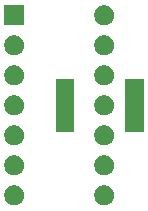
<source format=gbr>
G04 #@! TF.GenerationSoftware,KiCad,Pcbnew,(5.1.5)-3*
G04 #@! TF.CreationDate,2020-06-09T01:26:27-04:00*
G04 #@! TF.ProjectId,dip14tssop,64697031-3474-4737-936f-702e6b696361,rev?*
G04 #@! TF.SameCoordinates,Original*
G04 #@! TF.FileFunction,Soldermask,Top*
G04 #@! TF.FilePolarity,Negative*
%FSLAX46Y46*%
G04 Gerber Fmt 4.6, Leading zero omitted, Abs format (unit mm)*
G04 Created by KiCad (PCBNEW (5.1.5)-3) date 2020-06-09 01:26:27*
%MOMM*%
%LPD*%
G04 APERTURE LIST*
%ADD10C,0.100000*%
G04 APERTURE END LIST*
D10*
G36*
X106928228Y-85541703D02*
G01*
X107083100Y-85605853D01*
X107222481Y-85698985D01*
X107341015Y-85817519D01*
X107434147Y-85956900D01*
X107498297Y-86111772D01*
X107531000Y-86276184D01*
X107531000Y-86443816D01*
X107498297Y-86608228D01*
X107434147Y-86763100D01*
X107341015Y-86902481D01*
X107222481Y-87021015D01*
X107083100Y-87114147D01*
X106928228Y-87178297D01*
X106763816Y-87211000D01*
X106596184Y-87211000D01*
X106431772Y-87178297D01*
X106276900Y-87114147D01*
X106137519Y-87021015D01*
X106018985Y-86902481D01*
X105925853Y-86763100D01*
X105861703Y-86608228D01*
X105829000Y-86443816D01*
X105829000Y-86276184D01*
X105861703Y-86111772D01*
X105925853Y-85956900D01*
X106018985Y-85817519D01*
X106137519Y-85698985D01*
X106276900Y-85605853D01*
X106431772Y-85541703D01*
X106596184Y-85509000D01*
X106763816Y-85509000D01*
X106928228Y-85541703D01*
G37*
G36*
X114548228Y-85541703D02*
G01*
X114703100Y-85605853D01*
X114842481Y-85698985D01*
X114961015Y-85817519D01*
X115054147Y-85956900D01*
X115118297Y-86111772D01*
X115151000Y-86276184D01*
X115151000Y-86443816D01*
X115118297Y-86608228D01*
X115054147Y-86763100D01*
X114961015Y-86902481D01*
X114842481Y-87021015D01*
X114703100Y-87114147D01*
X114548228Y-87178297D01*
X114383816Y-87211000D01*
X114216184Y-87211000D01*
X114051772Y-87178297D01*
X113896900Y-87114147D01*
X113757519Y-87021015D01*
X113638985Y-86902481D01*
X113545853Y-86763100D01*
X113481703Y-86608228D01*
X113449000Y-86443816D01*
X113449000Y-86276184D01*
X113481703Y-86111772D01*
X113545853Y-85956900D01*
X113638985Y-85817519D01*
X113757519Y-85698985D01*
X113896900Y-85605853D01*
X114051772Y-85541703D01*
X114216184Y-85509000D01*
X114383816Y-85509000D01*
X114548228Y-85541703D01*
G37*
G36*
X114548228Y-83001703D02*
G01*
X114703100Y-83065853D01*
X114842481Y-83158985D01*
X114961015Y-83277519D01*
X115054147Y-83416900D01*
X115118297Y-83571772D01*
X115151000Y-83736184D01*
X115151000Y-83903816D01*
X115118297Y-84068228D01*
X115054147Y-84223100D01*
X114961015Y-84362481D01*
X114842481Y-84481015D01*
X114703100Y-84574147D01*
X114548228Y-84638297D01*
X114383816Y-84671000D01*
X114216184Y-84671000D01*
X114051772Y-84638297D01*
X113896900Y-84574147D01*
X113757519Y-84481015D01*
X113638985Y-84362481D01*
X113545853Y-84223100D01*
X113481703Y-84068228D01*
X113449000Y-83903816D01*
X113449000Y-83736184D01*
X113481703Y-83571772D01*
X113545853Y-83416900D01*
X113638985Y-83277519D01*
X113757519Y-83158985D01*
X113896900Y-83065853D01*
X114051772Y-83001703D01*
X114216184Y-82969000D01*
X114383816Y-82969000D01*
X114548228Y-83001703D01*
G37*
G36*
X106928228Y-83001703D02*
G01*
X107083100Y-83065853D01*
X107222481Y-83158985D01*
X107341015Y-83277519D01*
X107434147Y-83416900D01*
X107498297Y-83571772D01*
X107531000Y-83736184D01*
X107531000Y-83903816D01*
X107498297Y-84068228D01*
X107434147Y-84223100D01*
X107341015Y-84362481D01*
X107222481Y-84481015D01*
X107083100Y-84574147D01*
X106928228Y-84638297D01*
X106763816Y-84671000D01*
X106596184Y-84671000D01*
X106431772Y-84638297D01*
X106276900Y-84574147D01*
X106137519Y-84481015D01*
X106018985Y-84362481D01*
X105925853Y-84223100D01*
X105861703Y-84068228D01*
X105829000Y-83903816D01*
X105829000Y-83736184D01*
X105861703Y-83571772D01*
X105925853Y-83416900D01*
X106018985Y-83277519D01*
X106137519Y-83158985D01*
X106276900Y-83065853D01*
X106431772Y-83001703D01*
X106596184Y-82969000D01*
X106763816Y-82969000D01*
X106928228Y-83001703D01*
G37*
G36*
X114548228Y-80461703D02*
G01*
X114703100Y-80525853D01*
X114842481Y-80618985D01*
X114961015Y-80737519D01*
X115054147Y-80876900D01*
X115118297Y-81031772D01*
X115151000Y-81196184D01*
X115151000Y-81363816D01*
X115118297Y-81528228D01*
X115054147Y-81683100D01*
X114961015Y-81822481D01*
X114842481Y-81941015D01*
X114703100Y-82034147D01*
X114548228Y-82098297D01*
X114383816Y-82131000D01*
X114216184Y-82131000D01*
X114051772Y-82098297D01*
X113896900Y-82034147D01*
X113757519Y-81941015D01*
X113638985Y-81822481D01*
X113545853Y-81683100D01*
X113481703Y-81528228D01*
X113449000Y-81363816D01*
X113449000Y-81196184D01*
X113481703Y-81031772D01*
X113545853Y-80876900D01*
X113638985Y-80737519D01*
X113757519Y-80618985D01*
X113896900Y-80525853D01*
X114051772Y-80461703D01*
X114216184Y-80429000D01*
X114383816Y-80429000D01*
X114548228Y-80461703D01*
G37*
G36*
X106928228Y-80461703D02*
G01*
X107083100Y-80525853D01*
X107222481Y-80618985D01*
X107341015Y-80737519D01*
X107434147Y-80876900D01*
X107498297Y-81031772D01*
X107531000Y-81196184D01*
X107531000Y-81363816D01*
X107498297Y-81528228D01*
X107434147Y-81683100D01*
X107341015Y-81822481D01*
X107222481Y-81941015D01*
X107083100Y-82034147D01*
X106928228Y-82098297D01*
X106763816Y-82131000D01*
X106596184Y-82131000D01*
X106431772Y-82098297D01*
X106276900Y-82034147D01*
X106137519Y-81941015D01*
X106018985Y-81822481D01*
X105925853Y-81683100D01*
X105861703Y-81528228D01*
X105829000Y-81363816D01*
X105829000Y-81196184D01*
X105861703Y-81031772D01*
X105925853Y-80876900D01*
X106018985Y-80737519D01*
X106137519Y-80618985D01*
X106276900Y-80525853D01*
X106431772Y-80461703D01*
X106596184Y-80429000D01*
X106763816Y-80429000D01*
X106928228Y-80461703D01*
G37*
G36*
X117645000Y-80966000D02*
G01*
X116093000Y-80966000D01*
X116093000Y-76514000D01*
X117645000Y-76514000D01*
X117645000Y-80966000D01*
G37*
G36*
X111745000Y-80966000D02*
G01*
X110193000Y-80966000D01*
X110193000Y-76514000D01*
X111745000Y-76514000D01*
X111745000Y-80966000D01*
G37*
G36*
X114548228Y-77921703D02*
G01*
X114703100Y-77985853D01*
X114842481Y-78078985D01*
X114961015Y-78197519D01*
X115054147Y-78336900D01*
X115118297Y-78491772D01*
X115151000Y-78656184D01*
X115151000Y-78823816D01*
X115118297Y-78988228D01*
X115054147Y-79143100D01*
X114961015Y-79282481D01*
X114842481Y-79401015D01*
X114703100Y-79494147D01*
X114548228Y-79558297D01*
X114383816Y-79591000D01*
X114216184Y-79591000D01*
X114051772Y-79558297D01*
X113896900Y-79494147D01*
X113757519Y-79401015D01*
X113638985Y-79282481D01*
X113545853Y-79143100D01*
X113481703Y-78988228D01*
X113449000Y-78823816D01*
X113449000Y-78656184D01*
X113481703Y-78491772D01*
X113545853Y-78336900D01*
X113638985Y-78197519D01*
X113757519Y-78078985D01*
X113896900Y-77985853D01*
X114051772Y-77921703D01*
X114216184Y-77889000D01*
X114383816Y-77889000D01*
X114548228Y-77921703D01*
G37*
G36*
X106928228Y-77921703D02*
G01*
X107083100Y-77985853D01*
X107222481Y-78078985D01*
X107341015Y-78197519D01*
X107434147Y-78336900D01*
X107498297Y-78491772D01*
X107531000Y-78656184D01*
X107531000Y-78823816D01*
X107498297Y-78988228D01*
X107434147Y-79143100D01*
X107341015Y-79282481D01*
X107222481Y-79401015D01*
X107083100Y-79494147D01*
X106928228Y-79558297D01*
X106763816Y-79591000D01*
X106596184Y-79591000D01*
X106431772Y-79558297D01*
X106276900Y-79494147D01*
X106137519Y-79401015D01*
X106018985Y-79282481D01*
X105925853Y-79143100D01*
X105861703Y-78988228D01*
X105829000Y-78823816D01*
X105829000Y-78656184D01*
X105861703Y-78491772D01*
X105925853Y-78336900D01*
X106018985Y-78197519D01*
X106137519Y-78078985D01*
X106276900Y-77985853D01*
X106431772Y-77921703D01*
X106596184Y-77889000D01*
X106763816Y-77889000D01*
X106928228Y-77921703D01*
G37*
G36*
X106928228Y-75381703D02*
G01*
X107083100Y-75445853D01*
X107222481Y-75538985D01*
X107341015Y-75657519D01*
X107434147Y-75796900D01*
X107498297Y-75951772D01*
X107531000Y-76116184D01*
X107531000Y-76283816D01*
X107498297Y-76448228D01*
X107434147Y-76603100D01*
X107341015Y-76742481D01*
X107222481Y-76861015D01*
X107083100Y-76954147D01*
X106928228Y-77018297D01*
X106763816Y-77051000D01*
X106596184Y-77051000D01*
X106431772Y-77018297D01*
X106276900Y-76954147D01*
X106137519Y-76861015D01*
X106018985Y-76742481D01*
X105925853Y-76603100D01*
X105861703Y-76448228D01*
X105829000Y-76283816D01*
X105829000Y-76116184D01*
X105861703Y-75951772D01*
X105925853Y-75796900D01*
X106018985Y-75657519D01*
X106137519Y-75538985D01*
X106276900Y-75445853D01*
X106431772Y-75381703D01*
X106596184Y-75349000D01*
X106763816Y-75349000D01*
X106928228Y-75381703D01*
G37*
G36*
X114548228Y-75381703D02*
G01*
X114703100Y-75445853D01*
X114842481Y-75538985D01*
X114961015Y-75657519D01*
X115054147Y-75796900D01*
X115118297Y-75951772D01*
X115151000Y-76116184D01*
X115151000Y-76283816D01*
X115118297Y-76448228D01*
X115054147Y-76603100D01*
X114961015Y-76742481D01*
X114842481Y-76861015D01*
X114703100Y-76954147D01*
X114548228Y-77018297D01*
X114383816Y-77051000D01*
X114216184Y-77051000D01*
X114051772Y-77018297D01*
X113896900Y-76954147D01*
X113757519Y-76861015D01*
X113638985Y-76742481D01*
X113545853Y-76603100D01*
X113481703Y-76448228D01*
X113449000Y-76283816D01*
X113449000Y-76116184D01*
X113481703Y-75951772D01*
X113545853Y-75796900D01*
X113638985Y-75657519D01*
X113757519Y-75538985D01*
X113896900Y-75445853D01*
X114051772Y-75381703D01*
X114216184Y-75349000D01*
X114383816Y-75349000D01*
X114548228Y-75381703D01*
G37*
G36*
X106928228Y-72841703D02*
G01*
X107083100Y-72905853D01*
X107222481Y-72998985D01*
X107341015Y-73117519D01*
X107434147Y-73256900D01*
X107498297Y-73411772D01*
X107531000Y-73576184D01*
X107531000Y-73743816D01*
X107498297Y-73908228D01*
X107434147Y-74063100D01*
X107341015Y-74202481D01*
X107222481Y-74321015D01*
X107083100Y-74414147D01*
X106928228Y-74478297D01*
X106763816Y-74511000D01*
X106596184Y-74511000D01*
X106431772Y-74478297D01*
X106276900Y-74414147D01*
X106137519Y-74321015D01*
X106018985Y-74202481D01*
X105925853Y-74063100D01*
X105861703Y-73908228D01*
X105829000Y-73743816D01*
X105829000Y-73576184D01*
X105861703Y-73411772D01*
X105925853Y-73256900D01*
X106018985Y-73117519D01*
X106137519Y-72998985D01*
X106276900Y-72905853D01*
X106431772Y-72841703D01*
X106596184Y-72809000D01*
X106763816Y-72809000D01*
X106928228Y-72841703D01*
G37*
G36*
X114548228Y-72841703D02*
G01*
X114703100Y-72905853D01*
X114842481Y-72998985D01*
X114961015Y-73117519D01*
X115054147Y-73256900D01*
X115118297Y-73411772D01*
X115151000Y-73576184D01*
X115151000Y-73743816D01*
X115118297Y-73908228D01*
X115054147Y-74063100D01*
X114961015Y-74202481D01*
X114842481Y-74321015D01*
X114703100Y-74414147D01*
X114548228Y-74478297D01*
X114383816Y-74511000D01*
X114216184Y-74511000D01*
X114051772Y-74478297D01*
X113896900Y-74414147D01*
X113757519Y-74321015D01*
X113638985Y-74202481D01*
X113545853Y-74063100D01*
X113481703Y-73908228D01*
X113449000Y-73743816D01*
X113449000Y-73576184D01*
X113481703Y-73411772D01*
X113545853Y-73256900D01*
X113638985Y-73117519D01*
X113757519Y-72998985D01*
X113896900Y-72905853D01*
X114051772Y-72841703D01*
X114216184Y-72809000D01*
X114383816Y-72809000D01*
X114548228Y-72841703D01*
G37*
G36*
X114548228Y-70301703D02*
G01*
X114703100Y-70365853D01*
X114842481Y-70458985D01*
X114961015Y-70577519D01*
X115054147Y-70716900D01*
X115118297Y-70871772D01*
X115151000Y-71036184D01*
X115151000Y-71203816D01*
X115118297Y-71368228D01*
X115054147Y-71523100D01*
X114961015Y-71662481D01*
X114842481Y-71781015D01*
X114703100Y-71874147D01*
X114548228Y-71938297D01*
X114383816Y-71971000D01*
X114216184Y-71971000D01*
X114051772Y-71938297D01*
X113896900Y-71874147D01*
X113757519Y-71781015D01*
X113638985Y-71662481D01*
X113545853Y-71523100D01*
X113481703Y-71368228D01*
X113449000Y-71203816D01*
X113449000Y-71036184D01*
X113481703Y-70871772D01*
X113545853Y-70716900D01*
X113638985Y-70577519D01*
X113757519Y-70458985D01*
X113896900Y-70365853D01*
X114051772Y-70301703D01*
X114216184Y-70269000D01*
X114383816Y-70269000D01*
X114548228Y-70301703D01*
G37*
G36*
X107531000Y-71971000D02*
G01*
X105829000Y-71971000D01*
X105829000Y-70269000D01*
X107531000Y-70269000D01*
X107531000Y-71971000D01*
G37*
M02*

</source>
